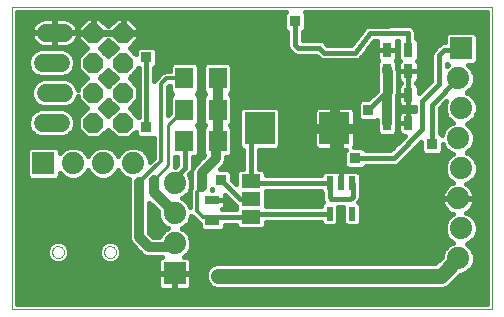
<source format=gbl>
G75*
G70*
%OFA0B0*%
%FSLAX24Y24*%
%IPPOS*%
%LPD*%
%AMOC8*
5,1,8,0,0,1.08239X$1,22.5*
%
%ADD10C,0.0000*%
%ADD11R,0.0315X0.0472*%
%ADD12C,0.0600*%
%ADD13R,0.0740X0.0740*%
%ADD14C,0.0740*%
%ADD15R,0.0217X0.0472*%
%ADD16R,0.0472X0.0315*%
%ADD17R,0.1004X0.1063*%
%ADD18R,0.0630X0.0460*%
%ADD19R,0.0630X0.0709*%
%ADD20OC8,0.0660*%
%ADD21R,0.0356X0.0356*%
%ADD22C,0.0160*%
%ADD23C,0.0320*%
%ADD24C,0.0120*%
%ADD25C,0.0500*%
%ADD26C,0.0100*%
D10*
X000180Y000416D02*
X000180Y010496D01*
X016180Y010496D01*
X016180Y000416D01*
X000180Y000416D01*
X001517Y002330D02*
X001519Y002357D01*
X001525Y002384D01*
X001534Y002410D01*
X001547Y002434D01*
X001563Y002457D01*
X001582Y002476D01*
X001604Y002493D01*
X001628Y002507D01*
X001653Y002517D01*
X001680Y002524D01*
X001707Y002527D01*
X001735Y002526D01*
X001762Y002521D01*
X001788Y002513D01*
X001812Y002501D01*
X001835Y002485D01*
X001856Y002467D01*
X001873Y002446D01*
X001888Y002422D01*
X001899Y002397D01*
X001907Y002371D01*
X001911Y002344D01*
X001911Y002316D01*
X001907Y002289D01*
X001899Y002263D01*
X001888Y002238D01*
X001873Y002214D01*
X001856Y002193D01*
X001835Y002175D01*
X001813Y002159D01*
X001788Y002147D01*
X001762Y002139D01*
X001735Y002134D01*
X001707Y002133D01*
X001680Y002136D01*
X001653Y002143D01*
X001628Y002153D01*
X001604Y002167D01*
X001582Y002184D01*
X001563Y002203D01*
X001547Y002226D01*
X001534Y002250D01*
X001525Y002276D01*
X001519Y002303D01*
X001517Y002330D01*
X003249Y002330D02*
X003251Y002357D01*
X003257Y002384D01*
X003266Y002410D01*
X003279Y002434D01*
X003295Y002457D01*
X003314Y002476D01*
X003336Y002493D01*
X003360Y002507D01*
X003385Y002517D01*
X003412Y002524D01*
X003439Y002527D01*
X003467Y002526D01*
X003494Y002521D01*
X003520Y002513D01*
X003544Y002501D01*
X003567Y002485D01*
X003588Y002467D01*
X003605Y002446D01*
X003620Y002422D01*
X003631Y002397D01*
X003639Y002371D01*
X003643Y002344D01*
X003643Y002316D01*
X003639Y002289D01*
X003631Y002263D01*
X003620Y002238D01*
X003605Y002214D01*
X003588Y002193D01*
X003567Y002175D01*
X003545Y002159D01*
X003520Y002147D01*
X003494Y002139D01*
X003467Y002134D01*
X003439Y002133D01*
X003412Y002136D01*
X003385Y002143D01*
X003360Y002153D01*
X003336Y002167D01*
X003314Y002184D01*
X003295Y002203D01*
X003279Y002226D01*
X003266Y002250D01*
X003257Y002276D01*
X003251Y002303D01*
X003249Y002330D01*
D11*
X012686Y006626D03*
X013394Y006626D03*
X013394Y007576D03*
X012686Y007576D03*
X012686Y008356D03*
X013394Y008356D03*
X013394Y009066D03*
X012686Y009066D03*
D12*
X001900Y009636D02*
X001300Y009636D01*
X001200Y008636D02*
X001800Y008636D01*
X001900Y007636D02*
X001300Y007636D01*
X001200Y006636D02*
X001800Y006636D01*
D13*
X001220Y005296D03*
X005600Y001616D03*
X015150Y009116D03*
D14*
X015050Y008116D03*
X015150Y007116D03*
X015050Y006116D03*
X015150Y005116D03*
X015050Y004116D03*
X015150Y003116D03*
X015050Y002116D03*
X005600Y002616D03*
X005600Y003616D03*
X005600Y004616D03*
X004220Y005296D03*
X003220Y005296D03*
X002220Y005296D03*
D15*
X010766Y004628D03*
X011140Y004628D03*
X011514Y004628D03*
X011514Y003604D03*
X010766Y003604D03*
D16*
X006860Y003362D03*
X006860Y004070D03*
D17*
X008432Y006456D03*
X010928Y006456D03*
D18*
X008140Y004696D03*
X008140Y004096D03*
X008140Y003496D03*
D19*
X007031Y006036D03*
X005929Y006036D03*
X005929Y007076D03*
X007031Y007076D03*
X007031Y008116D03*
X005929Y008116D03*
D20*
X003885Y007631D03*
X002885Y007631D03*
X002885Y008631D03*
X003885Y008631D03*
X003885Y009631D03*
X002885Y009631D03*
X002885Y006631D03*
X003885Y006631D03*
D21*
X004660Y006496D03*
X007140Y004736D03*
X009470Y006926D03*
X010660Y005536D03*
X011620Y005456D03*
X012980Y004656D03*
X014180Y005936D03*
X012060Y007056D03*
X009940Y008496D03*
X009620Y010016D03*
X004660Y008816D03*
X007060Y001536D03*
D22*
X006665Y001367D02*
X006150Y001367D01*
X006150Y001222D02*
X006150Y001596D01*
X005620Y001596D01*
X005620Y001066D01*
X005994Y001066D01*
X006039Y001078D01*
X006081Y001102D01*
X006114Y001136D01*
X006138Y001177D01*
X006150Y001222D01*
X006146Y001209D02*
X006777Y001209D01*
X006807Y001178D02*
X006810Y001178D01*
X006816Y001171D01*
X006974Y001106D01*
X014556Y001106D01*
X014714Y001171D01*
X015108Y001566D01*
X015159Y001566D01*
X015362Y001650D01*
X015516Y001804D01*
X015600Y002007D01*
X015600Y002225D01*
X015516Y002428D01*
X015362Y002582D01*
X015330Y002595D01*
X015462Y002650D01*
X015616Y002804D01*
X015700Y003007D01*
X015700Y003225D01*
X015616Y003428D01*
X015462Y003582D01*
X015325Y003639D01*
X015338Y003646D01*
X015408Y003697D01*
X015470Y003758D01*
X015520Y003828D01*
X015560Y003905D01*
X015586Y003987D01*
X015600Y004073D01*
X015600Y004096D01*
X015070Y004096D01*
X015070Y004136D01*
X015600Y004136D01*
X015600Y004159D01*
X015586Y004245D01*
X015560Y004327D01*
X015520Y004404D01*
X015470Y004474D01*
X015408Y004536D01*
X015338Y004586D01*
X015325Y004593D01*
X015462Y004650D01*
X015616Y004804D01*
X015700Y005007D01*
X015700Y005225D01*
X015616Y005428D01*
X015462Y005582D01*
X015330Y005637D01*
X015362Y005650D01*
X015516Y005804D01*
X015600Y006007D01*
X015600Y006225D01*
X015516Y006428D01*
X015362Y006582D01*
X015330Y006595D01*
X015462Y006650D01*
X015616Y006804D01*
X015700Y007007D01*
X015700Y007225D01*
X015616Y007428D01*
X015462Y007582D01*
X015330Y007637D01*
X015362Y007650D01*
X015516Y007804D01*
X015600Y008007D01*
X015600Y008225D01*
X015516Y008428D01*
X015378Y008566D01*
X015595Y008566D01*
X015700Y008671D01*
X015700Y009561D01*
X015595Y009666D01*
X014705Y009666D01*
X014600Y009561D01*
X014600Y009316D01*
X014528Y009316D01*
X014433Y009276D01*
X014360Y009203D01*
X014200Y009043D01*
X014160Y008948D01*
X014160Y008044D01*
X013732Y007616D01*
X013732Y007836D01*
X013720Y007882D01*
X013696Y007923D01*
X013662Y007956D01*
X013645Y007966D01*
X013662Y007976D01*
X013696Y008009D01*
X013720Y008050D01*
X013732Y008096D01*
X013732Y008356D01*
X013394Y008356D01*
X013057Y008356D01*
X013057Y008096D01*
X013069Y008050D01*
X013093Y008009D01*
X013126Y007976D01*
X013143Y007966D01*
X013126Y007956D01*
X013093Y007923D01*
X013069Y007882D01*
X013057Y007836D01*
X013057Y007576D01*
X013057Y007316D01*
X013069Y007270D01*
X013093Y007229D01*
X013126Y007196D01*
X013167Y007172D01*
X013213Y007160D01*
X013394Y007160D01*
X013394Y007576D01*
X013057Y007576D01*
X013394Y007576D01*
X013394Y007576D01*
X013394Y007576D01*
X013394Y007992D01*
X013394Y008356D01*
X013394Y008356D01*
X013057Y008356D01*
X013057Y008616D01*
X013069Y008662D01*
X013093Y008703D01*
X013101Y008711D01*
X013057Y008755D01*
X013057Y009374D01*
X013010Y009373D01*
X013011Y009372D01*
X013023Y009326D01*
X013023Y009066D01*
X012686Y009066D01*
X012686Y009066D01*
X013023Y009066D01*
X013023Y008806D01*
X013011Y008760D01*
X012987Y008719D01*
X012979Y008711D01*
X013023Y008667D01*
X013023Y008494D01*
X013026Y008488D01*
X013026Y008446D01*
X013030Y008418D01*
X013040Y008394D01*
X013040Y008352D01*
X013046Y008310D01*
X013040Y008285D01*
X013040Y007712D01*
X013046Y007686D01*
X013040Y007645D01*
X013040Y007603D01*
X013030Y007578D01*
X013026Y007550D01*
X013026Y006558D01*
X013023Y006552D01*
X013023Y006315D01*
X012918Y006210D01*
X012454Y006210D01*
X012348Y006315D01*
X012348Y006552D01*
X012346Y006558D01*
X012346Y006731D01*
X012313Y006698D01*
X011807Y006698D01*
X011702Y006803D01*
X011702Y007309D01*
X011807Y007414D01*
X012050Y007414D01*
X012348Y007712D01*
X012348Y007887D01*
X012360Y007899D01*
X012360Y008033D01*
X012348Y008045D01*
X012348Y008282D01*
X012346Y008288D01*
X012346Y008395D01*
X012339Y008436D01*
X012346Y008462D01*
X012346Y008488D01*
X012348Y008494D01*
X012348Y008667D01*
X012392Y008711D01*
X012384Y008719D01*
X012360Y008760D01*
X012348Y008806D01*
X012348Y009066D01*
X012686Y009066D01*
X012686Y009066D01*
X012348Y009066D01*
X012348Y009326D01*
X012358Y009361D01*
X012232Y009358D01*
X011848Y008846D01*
X011840Y008829D01*
X011817Y008805D01*
X011797Y008779D01*
X011781Y008769D01*
X011767Y008756D01*
X011737Y008743D01*
X011708Y008726D01*
X011689Y008723D01*
X011672Y008716D01*
X011638Y008716D01*
X011606Y008711D01*
X011587Y008716D01*
X010528Y008716D01*
X010433Y008756D01*
X010360Y008829D01*
X010312Y008876D01*
X009648Y008876D01*
X009553Y008916D01*
X009480Y008989D01*
X009400Y009069D01*
X009360Y009164D01*
X009360Y009665D01*
X009262Y009763D01*
X009262Y010269D01*
X009309Y010316D01*
X000360Y010316D01*
X000360Y000596D01*
X016000Y000596D01*
X016000Y010316D01*
X009931Y010316D01*
X009978Y010269D01*
X009978Y009763D01*
X009880Y009665D01*
X009880Y009396D01*
X010472Y009396D01*
X010567Y009356D01*
X010688Y009236D01*
X011490Y009236D01*
X011871Y009744D01*
X011877Y009759D01*
X011902Y009785D01*
X011923Y009813D01*
X011937Y009822D01*
X011949Y009834D01*
X011981Y009848D01*
X012012Y009866D01*
X012028Y009868D01*
X012043Y009875D01*
X012079Y009876D01*
X012114Y009881D01*
X012130Y009877D01*
X013374Y009900D01*
X013425Y009902D01*
X013426Y009901D01*
X013427Y009901D01*
X013474Y009883D01*
X013522Y009864D01*
X013522Y009864D01*
X013523Y009864D01*
X013560Y009828D01*
X013597Y009793D01*
X013597Y009792D01*
X013598Y009792D01*
X013618Y009745D01*
X013639Y009699D01*
X013639Y009698D01*
X013639Y009697D01*
X013640Y009646D01*
X013644Y009464D01*
X013732Y009377D01*
X013732Y008755D01*
X013688Y008711D01*
X013696Y008703D01*
X013720Y008662D01*
X013732Y008616D01*
X013732Y008356D01*
X013394Y008356D01*
X013394Y008356D01*
X013394Y007576D01*
X013394Y007576D01*
X013394Y007160D01*
X013576Y007160D01*
X013600Y007166D01*
X013600Y007036D01*
X013576Y007042D01*
X013394Y007042D01*
X013213Y007042D01*
X013167Y007030D01*
X013126Y007006D01*
X013093Y006973D01*
X013069Y006932D01*
X013057Y006886D01*
X013057Y006626D01*
X013057Y006366D01*
X013069Y006320D01*
X013093Y006279D01*
X013126Y006246D01*
X013167Y006222D01*
X013213Y006210D01*
X013286Y006210D01*
X012792Y005716D01*
X011971Y005716D01*
X011873Y005814D01*
X011574Y005814D01*
X011598Y005855D01*
X011610Y005901D01*
X011610Y006376D01*
X011008Y006376D01*
X011008Y005745D01*
X011298Y005745D01*
X011262Y005709D01*
X011262Y005203D01*
X011367Y005098D01*
X011873Y005098D01*
X011971Y005196D01*
X012952Y005196D01*
X013047Y005236D01*
X013822Y006010D01*
X013822Y005683D01*
X013927Y005578D01*
X014433Y005578D01*
X014538Y005683D01*
X014538Y005915D01*
X014584Y005804D01*
X014738Y005650D01*
X014870Y005595D01*
X014838Y005582D01*
X014684Y005428D01*
X014600Y005225D01*
X014600Y005007D01*
X014684Y004804D01*
X014838Y004650D01*
X014871Y004636D01*
X014839Y004626D01*
X014762Y004586D01*
X014692Y004536D01*
X014630Y004474D01*
X014580Y004404D01*
X014540Y004327D01*
X014514Y004245D01*
X014500Y004159D01*
X014500Y004136D01*
X015030Y004136D01*
X015030Y004096D01*
X014500Y004096D01*
X014500Y004073D01*
X014514Y003987D01*
X014540Y003905D01*
X014580Y003828D01*
X014630Y003758D01*
X014692Y003697D01*
X014762Y003646D01*
X014839Y003606D01*
X014871Y003596D01*
X014838Y003582D01*
X014684Y003428D01*
X014600Y003225D01*
X014600Y003007D01*
X014684Y002804D01*
X014838Y002650D01*
X014870Y002637D01*
X014738Y002582D01*
X014584Y002428D01*
X014500Y002225D01*
X014500Y002174D01*
X014292Y001966D01*
X006974Y001966D01*
X006816Y001901D01*
X006810Y001894D01*
X006807Y001894D01*
X006702Y001789D01*
X006702Y001786D01*
X006695Y001780D01*
X006630Y001622D01*
X006630Y001450D01*
X006695Y001292D01*
X006702Y001286D01*
X006702Y001283D01*
X006807Y001178D01*
X006630Y001526D02*
X006150Y001526D01*
X006150Y001636D02*
X006150Y002010D01*
X006138Y002056D01*
X006114Y002097D01*
X006081Y002130D01*
X006039Y002154D01*
X005994Y002166D01*
X005928Y002166D01*
X006066Y002304D01*
X006150Y002507D01*
X006150Y002725D01*
X006066Y002928D01*
X005912Y003082D01*
X005830Y003116D01*
X005912Y003150D01*
X006066Y003304D01*
X006150Y003507D01*
X006150Y003547D01*
X006204Y003493D01*
X006404Y003293D01*
X006444Y003276D01*
X006444Y003130D01*
X006549Y003024D01*
X007171Y003024D01*
X007276Y003130D01*
X007276Y003236D01*
X007645Y003236D01*
X007645Y003191D01*
X007750Y003086D01*
X008530Y003086D01*
X008635Y003191D01*
X008635Y003344D01*
X010478Y003344D01*
X010478Y003293D01*
X010583Y003188D01*
X010949Y003188D01*
X011054Y003293D01*
X011054Y003836D01*
X011226Y003836D01*
X011226Y003293D01*
X011331Y003188D01*
X011697Y003188D01*
X011802Y003293D01*
X011802Y003915D01*
X011724Y003993D01*
X011760Y004029D01*
X011800Y004124D01*
X011800Y004315D01*
X011802Y004317D01*
X011802Y004939D01*
X011697Y005044D01*
X011331Y005044D01*
X011318Y005031D01*
X011318Y005032D01*
X011272Y005044D01*
X011140Y005044D01*
X011008Y005044D01*
X010962Y005032D01*
X010962Y005031D01*
X010949Y005044D01*
X010583Y005044D01*
X010478Y004939D01*
X010478Y004888D01*
X008635Y004888D01*
X008635Y005001D01*
X008530Y005106D01*
X008400Y005106D01*
X008400Y005745D01*
X009008Y005745D01*
X009114Y005850D01*
X009114Y007062D01*
X009008Y007168D01*
X007855Y007168D01*
X007750Y007062D01*
X007750Y005850D01*
X007855Y005745D01*
X007880Y005745D01*
X007880Y005106D01*
X007750Y005106D01*
X007645Y005001D01*
X007645Y004599D01*
X007498Y004746D01*
X007498Y004989D01*
X007393Y005094D01*
X007099Y005094D01*
X007173Y005168D01*
X007268Y005263D01*
X007320Y005388D01*
X007320Y005502D01*
X007421Y005502D01*
X007526Y005607D01*
X007526Y006465D01*
X007435Y006556D01*
X007526Y006647D01*
X007526Y007505D01*
X007435Y007596D01*
X007526Y007687D01*
X007526Y008545D01*
X007421Y008650D01*
X006642Y008650D01*
X006536Y008545D01*
X006536Y007687D01*
X006627Y007596D01*
X006536Y007505D01*
X006536Y006647D01*
X006627Y006556D01*
X006536Y006465D01*
X006536Y005607D01*
X006593Y005550D01*
X006212Y005169D01*
X006200Y005140D01*
X006200Y005502D01*
X006318Y005502D01*
X006424Y005607D01*
X006424Y006465D01*
X006333Y006556D01*
X006424Y006647D01*
X006424Y007505D01*
X006333Y007596D01*
X006424Y007687D01*
X006424Y008545D01*
X006318Y008650D01*
X005539Y008650D01*
X005434Y008545D01*
X005434Y008356D01*
X005272Y008356D01*
X005184Y008319D01*
X005117Y008252D01*
X005004Y008139D01*
X004937Y008072D01*
X004920Y008032D01*
X004920Y008465D01*
X005018Y008563D01*
X005018Y009069D01*
X004913Y009174D01*
X004407Y009174D01*
X004302Y009069D01*
X004302Y008935D01*
X004106Y009131D01*
X004395Y009419D01*
X004395Y009611D01*
X003905Y009611D01*
X003905Y009651D01*
X003865Y009651D01*
X003865Y010141D01*
X003674Y010141D01*
X003385Y009852D01*
X003096Y010141D01*
X002905Y010141D01*
X002905Y009651D01*
X002865Y009651D01*
X002865Y010141D01*
X002674Y010141D01*
X002375Y009842D01*
X002375Y009705D01*
X002368Y009748D01*
X002345Y009820D01*
X002311Y009888D01*
X002266Y009949D01*
X002213Y010002D01*
X002152Y010047D01*
X002084Y010081D01*
X002012Y010104D01*
X001938Y010116D01*
X001620Y010116D01*
X001620Y009656D01*
X002375Y009656D01*
X002375Y009651D01*
X002865Y009651D01*
X002865Y009611D01*
X002380Y009611D01*
X002380Y009616D01*
X001620Y009616D01*
X001620Y009156D01*
X001938Y009156D01*
X002012Y009168D01*
X002084Y009191D01*
X002152Y009225D01*
X002213Y009270D01*
X002266Y009323D01*
X002311Y009384D01*
X002345Y009452D01*
X002368Y009524D01*
X002375Y009567D01*
X002375Y009419D01*
X002664Y009131D01*
X002375Y008842D01*
X002375Y008419D01*
X002664Y008131D01*
X002375Y007842D01*
X002375Y007743D01*
X002307Y007908D01*
X002172Y008043D01*
X001995Y008116D01*
X001205Y008116D01*
X001028Y008043D01*
X000893Y007908D01*
X000820Y007732D01*
X000820Y007541D01*
X000893Y007364D01*
X001028Y007229D01*
X001205Y007156D01*
X001995Y007156D01*
X002172Y007229D01*
X002307Y007364D01*
X002375Y007529D01*
X002375Y007419D01*
X002664Y007131D01*
X002375Y006842D01*
X002375Y006419D01*
X002674Y006121D01*
X003096Y006121D01*
X003385Y006409D01*
X003674Y006121D01*
X004096Y006121D01*
X004302Y006326D01*
X004302Y006243D01*
X004407Y006138D01*
X004900Y006138D01*
X004900Y005475D01*
X004770Y005345D01*
X004770Y005405D01*
X004686Y005608D01*
X004532Y005762D01*
X004329Y005846D01*
X004111Y005846D01*
X003908Y005762D01*
X003754Y005608D01*
X003720Y005526D01*
X003686Y005608D01*
X003532Y005762D01*
X003329Y005846D01*
X003111Y005846D01*
X002908Y005762D01*
X002754Y005608D01*
X002720Y005526D01*
X002686Y005608D01*
X002532Y005762D01*
X002329Y005846D01*
X002111Y005846D01*
X001908Y005762D01*
X001770Y005624D01*
X001770Y005741D01*
X001665Y005846D01*
X000775Y005846D01*
X000670Y005741D01*
X000670Y004851D01*
X000775Y004746D01*
X001665Y004746D01*
X001770Y004851D01*
X001770Y004968D01*
X001908Y004830D01*
X002111Y004746D01*
X002329Y004746D01*
X002532Y004830D01*
X002686Y004984D01*
X002720Y005066D01*
X002754Y004984D01*
X002908Y004830D01*
X003111Y004746D01*
X003329Y004746D01*
X003532Y004830D01*
X003686Y004984D01*
X003720Y005066D01*
X003754Y004984D01*
X003908Y004830D01*
X004092Y004754D01*
X004080Y004724D01*
X004080Y002748D01*
X004132Y002623D01*
X004452Y002303D01*
X004547Y002208D01*
X004672Y002156D01*
X005169Y002156D01*
X005161Y002154D01*
X005119Y002130D01*
X005086Y002097D01*
X005062Y002056D01*
X005050Y002010D01*
X005050Y001636D01*
X005580Y001636D01*
X005580Y001596D01*
X005620Y001596D01*
X005620Y001636D01*
X006150Y001636D01*
X006150Y001684D02*
X006656Y001684D01*
X006756Y001843D02*
X006150Y001843D01*
X006150Y002001D02*
X014327Y002001D01*
X014485Y002160D02*
X006018Y002160D01*
X006072Y002318D02*
X014538Y002318D01*
X014633Y002477D02*
X006138Y002477D01*
X006150Y002635D02*
X014866Y002635D01*
X014695Y002794D02*
X006122Y002794D01*
X006042Y002952D02*
X014623Y002952D01*
X014600Y003111D02*
X008554Y003111D01*
X008635Y003269D02*
X010502Y003269D01*
X010766Y003604D02*
X008248Y003604D01*
X008140Y003496D01*
X006994Y003496D01*
X006860Y003362D01*
X006444Y003269D02*
X006031Y003269D01*
X005843Y003111D02*
X006463Y003111D01*
X006269Y003428D02*
X006117Y003428D01*
X006100Y003846D02*
X006066Y003928D01*
X005912Y004082D01*
X005830Y004116D01*
X005912Y004150D01*
X006066Y004304D01*
X006150Y004507D01*
X006150Y004725D01*
X006076Y004904D01*
X006087Y004916D01*
X006160Y004988D01*
X006160Y004908D01*
X006160Y004495D01*
X006137Y004472D01*
X006100Y004384D01*
X006100Y003846D01*
X006100Y003903D02*
X006076Y003903D01*
X006100Y004062D02*
X005932Y004062D01*
X005982Y004220D02*
X006100Y004220D01*
X006097Y004379D02*
X006100Y004379D01*
X006150Y004537D02*
X006160Y004537D01*
X006150Y004696D02*
X006160Y004696D01*
X006160Y004854D02*
X006097Y004854D01*
X005940Y005136D02*
X005940Y006025D01*
X005929Y006036D01*
X006424Y005964D02*
X006536Y005964D01*
X006536Y005805D02*
X006424Y005805D01*
X006424Y005647D02*
X006536Y005647D01*
X006531Y005488D02*
X006200Y005488D01*
X006200Y005330D02*
X006373Y005330D01*
X006214Y005171D02*
X006200Y005171D01*
X005940Y005136D02*
X005600Y004796D01*
X005600Y004616D01*
X005610Y005174D02*
X005610Y005502D01*
X005680Y005502D01*
X005680Y005244D01*
X005610Y005174D01*
X005610Y005330D02*
X005680Y005330D01*
X005680Y005488D02*
X005610Y005488D01*
X004900Y005488D02*
X004736Y005488D01*
X004647Y005647D02*
X004900Y005647D01*
X004900Y005805D02*
X004428Y005805D01*
X004900Y005964D02*
X000360Y005964D01*
X000360Y005805D02*
X000734Y005805D01*
X000670Y005647D02*
X000360Y005647D01*
X000360Y005488D02*
X000670Y005488D01*
X000670Y005330D02*
X000360Y005330D01*
X000360Y005171D02*
X000670Y005171D01*
X000670Y005013D02*
X000360Y005013D01*
X000360Y004854D02*
X000670Y004854D01*
X000360Y004696D02*
X004080Y004696D01*
X004080Y004537D02*
X000360Y004537D01*
X000360Y004379D02*
X004080Y004379D01*
X004080Y004220D02*
X000360Y004220D01*
X000360Y004062D02*
X004080Y004062D01*
X004080Y003903D02*
X000360Y003903D01*
X000360Y003745D02*
X004080Y003745D01*
X004080Y003586D02*
X000360Y003586D01*
X000360Y003428D02*
X004080Y003428D01*
X004080Y003269D02*
X000360Y003269D01*
X000360Y003111D02*
X004080Y003111D01*
X004080Y002952D02*
X000360Y002952D01*
X000360Y002794D02*
X004080Y002794D01*
X004127Y002635D02*
X003674Y002635D01*
X003660Y002649D02*
X003521Y002707D01*
X003371Y002707D01*
X003233Y002649D01*
X003127Y002543D01*
X003069Y002405D01*
X003069Y002255D01*
X003127Y002116D01*
X003233Y002010D01*
X003371Y001953D01*
X003521Y001953D01*
X003660Y002010D01*
X003766Y002116D01*
X003823Y002255D01*
X003823Y002405D01*
X003766Y002543D01*
X003660Y002649D01*
X003793Y002477D02*
X004279Y002477D01*
X004437Y002318D02*
X003823Y002318D01*
X003784Y002160D02*
X004664Y002160D01*
X005050Y002001D02*
X003637Y002001D01*
X003255Y002001D02*
X001905Y002001D01*
X001927Y002010D02*
X002033Y002116D01*
X002091Y002255D01*
X002091Y002405D01*
X002033Y002543D01*
X001927Y002649D01*
X001789Y002707D01*
X001639Y002707D01*
X001500Y002649D01*
X001394Y002543D01*
X001337Y002405D01*
X001337Y002255D01*
X001394Y002116D01*
X001500Y002010D01*
X001639Y001953D01*
X001789Y001953D01*
X001927Y002010D01*
X002051Y002160D02*
X003109Y002160D01*
X003069Y002318D02*
X002091Y002318D01*
X002061Y002477D02*
X003099Y002477D01*
X003218Y002635D02*
X001942Y002635D01*
X001486Y002635D02*
X000360Y002635D01*
X000360Y002477D02*
X001367Y002477D01*
X001337Y002318D02*
X000360Y002318D01*
X000360Y002160D02*
X001376Y002160D01*
X001523Y002001D02*
X000360Y002001D01*
X000360Y001843D02*
X005050Y001843D01*
X005050Y001684D02*
X000360Y001684D01*
X000360Y001526D02*
X005050Y001526D01*
X005050Y001596D02*
X005050Y001222D01*
X005062Y001177D01*
X005086Y001136D01*
X005119Y001102D01*
X005161Y001078D01*
X005206Y001066D01*
X005580Y001066D01*
X005580Y001596D01*
X005050Y001596D01*
X005050Y001367D02*
X000360Y001367D01*
X000360Y001209D02*
X005054Y001209D01*
X005580Y001209D02*
X005620Y001209D01*
X005620Y001367D02*
X005580Y001367D01*
X005580Y001526D02*
X005620Y001526D01*
X005096Y002836D02*
X004881Y002836D01*
X004760Y002957D01*
X004760Y003975D01*
X005050Y003685D01*
X005050Y003507D01*
X005134Y003304D01*
X005288Y003150D01*
X005370Y003116D01*
X005288Y003082D01*
X005134Y002928D01*
X005096Y002836D01*
X005158Y002952D02*
X004765Y002952D01*
X004760Y003111D02*
X005357Y003111D01*
X005169Y003269D02*
X004760Y003269D01*
X004760Y003428D02*
X005083Y003428D01*
X005050Y003586D02*
X004760Y003586D01*
X004760Y003745D02*
X004991Y003745D01*
X004832Y003903D02*
X004760Y003903D01*
X003884Y004854D02*
X003556Y004854D01*
X003698Y005013D02*
X003742Y005013D01*
X002884Y004854D02*
X002556Y004854D01*
X002698Y005013D02*
X002742Y005013D01*
X001884Y004854D02*
X001770Y004854D01*
X001770Y005647D02*
X001793Y005647D01*
X001706Y005805D02*
X002012Y005805D01*
X002428Y005805D02*
X003012Y005805D01*
X002793Y005647D02*
X002647Y005647D01*
X003428Y005805D02*
X004012Y005805D01*
X003793Y005647D02*
X003647Y005647D01*
X003672Y006122D02*
X003098Y006122D01*
X003256Y006281D02*
X003514Y006281D01*
X004098Y006122D02*
X004900Y006122D01*
X004660Y006496D02*
X004660Y008816D01*
X005018Y008817D02*
X010372Y008817D01*
X010580Y008976D02*
X011620Y008976D01*
X012100Y009616D01*
X013380Y009640D01*
X013394Y009066D01*
X013057Y009134D02*
X013023Y009134D01*
X013023Y008975D02*
X013057Y008975D01*
X013057Y008817D02*
X013023Y008817D01*
X013023Y008658D02*
X013068Y008658D01*
X013057Y008500D02*
X013023Y008500D01*
X013042Y008341D02*
X013057Y008341D01*
X013040Y008183D02*
X013057Y008183D01*
X013040Y008024D02*
X013084Y008024D01*
X013065Y007866D02*
X013040Y007866D01*
X013041Y007707D02*
X013057Y007707D01*
X013057Y007549D02*
X013026Y007549D01*
X013026Y007390D02*
X013057Y007390D01*
X013026Y007232D02*
X013092Y007232D01*
X013026Y007073D02*
X013600Y007073D01*
X013394Y007042D02*
X013394Y006626D01*
X013057Y006626D01*
X013394Y006626D01*
X013394Y006626D01*
X013394Y007042D01*
X013394Y006915D02*
X013394Y006915D01*
X013394Y006756D02*
X013394Y006756D01*
X013394Y006626D02*
X013394Y006626D01*
X013057Y006598D02*
X013026Y006598D01*
X013023Y006439D02*
X013057Y006439D01*
X013092Y006281D02*
X012988Y006281D01*
X013198Y006122D02*
X011610Y006122D01*
X011610Y006281D02*
X012383Y006281D01*
X012348Y006439D02*
X011008Y006439D01*
X011008Y006376D02*
X011008Y006536D01*
X010848Y006536D01*
X010848Y006376D01*
X010246Y006376D01*
X010246Y005901D01*
X010258Y005855D01*
X010282Y005814D01*
X010316Y005780D01*
X010357Y005757D01*
X010402Y005745D01*
X010848Y005745D01*
X010848Y006376D01*
X011008Y006376D01*
X011008Y006281D02*
X010848Y006281D01*
X010848Y006122D02*
X011008Y006122D01*
X011008Y005964D02*
X010848Y005964D01*
X010848Y005805D02*
X011008Y005805D01*
X011262Y005647D02*
X008400Y005647D01*
X008400Y005488D02*
X011262Y005488D01*
X011262Y005330D02*
X008400Y005330D01*
X008400Y005171D02*
X011294Y005171D01*
X011140Y005044D02*
X011140Y004628D01*
X011140Y005044D01*
X011140Y005013D02*
X011140Y005013D01*
X011140Y004854D02*
X011140Y004854D01*
X011140Y004696D02*
X011140Y004696D01*
X011140Y004628D02*
X011140Y004628D01*
X011140Y006884D01*
X010928Y006456D01*
X010848Y006439D02*
X009114Y006439D01*
X009114Y006598D02*
X010246Y006598D01*
X010246Y006536D02*
X010848Y006536D01*
X010848Y007168D01*
X010402Y007168D01*
X010357Y007155D01*
X010316Y007132D01*
X010282Y007098D01*
X010258Y007057D01*
X010246Y007011D01*
X010246Y006536D01*
X010246Y006756D02*
X009114Y006756D01*
X009114Y006915D02*
X010246Y006915D01*
X010268Y007073D02*
X009103Y007073D01*
X008432Y006456D02*
X008140Y006644D01*
X008140Y004696D01*
X008208Y004628D01*
X010766Y004628D01*
X010766Y004150D01*
X010820Y004096D01*
X011460Y004096D01*
X011540Y004176D01*
X011540Y004602D01*
X011514Y004628D01*
X011802Y004696D02*
X014793Y004696D01*
X014694Y004537D02*
X011802Y004537D01*
X011802Y004379D02*
X014566Y004379D01*
X014510Y004220D02*
X011800Y004220D01*
X011774Y004062D02*
X014502Y004062D01*
X014541Y003903D02*
X011802Y003903D01*
X011802Y003745D02*
X014644Y003745D01*
X014847Y003586D02*
X011802Y003586D01*
X011802Y003428D02*
X014684Y003428D01*
X014618Y003269D02*
X011778Y003269D01*
X011250Y003269D02*
X011030Y003269D01*
X011054Y003428D02*
X011226Y003428D01*
X011226Y003586D02*
X011054Y003586D01*
X011054Y003745D02*
X011226Y003745D01*
X010556Y003993D02*
X010478Y003915D01*
X010478Y003864D01*
X008635Y003864D01*
X008635Y004368D01*
X010478Y004368D01*
X010478Y004317D01*
X010506Y004289D01*
X010506Y004098D01*
X010546Y004003D01*
X010556Y003993D01*
X010521Y004062D02*
X008635Y004062D01*
X008635Y004220D02*
X010506Y004220D01*
X010478Y003903D02*
X008635Y003903D01*
X008140Y004096D02*
X007780Y004096D01*
X007140Y004736D01*
X007498Y004854D02*
X007645Y004854D01*
X007657Y005013D02*
X007474Y005013D01*
X007176Y005171D02*
X007880Y005171D01*
X007880Y005330D02*
X007296Y005330D01*
X007320Y005488D02*
X007880Y005488D01*
X007880Y005647D02*
X007526Y005647D01*
X007526Y005805D02*
X007795Y005805D01*
X007750Y005964D02*
X007526Y005964D01*
X007526Y006122D02*
X007750Y006122D01*
X007750Y006281D02*
X007526Y006281D01*
X007526Y006439D02*
X007750Y006439D01*
X007750Y006598D02*
X007477Y006598D01*
X007526Y006756D02*
X007750Y006756D01*
X007750Y006915D02*
X007526Y006915D01*
X007526Y007073D02*
X007761Y007073D01*
X007526Y007232D02*
X011702Y007232D01*
X011702Y007073D02*
X011588Y007073D01*
X011598Y007057D02*
X011574Y007098D01*
X011541Y007132D01*
X011499Y007155D01*
X011454Y007168D01*
X011008Y007168D01*
X011008Y006536D01*
X011610Y006536D01*
X011610Y007011D01*
X011598Y007057D01*
X011610Y006915D02*
X011702Y006915D01*
X011749Y006756D02*
X011610Y006756D01*
X011610Y006598D02*
X012346Y006598D01*
X013026Y006756D02*
X013057Y006756D01*
X013065Y006915D02*
X013026Y006915D01*
X013394Y007232D02*
X013394Y007232D01*
X013394Y007390D02*
X013394Y007390D01*
X013394Y007549D02*
X013394Y007549D01*
X013394Y007707D02*
X013394Y007707D01*
X013394Y007866D02*
X013394Y007866D01*
X013394Y008024D02*
X013394Y008024D01*
X013394Y008183D02*
X013394Y008183D01*
X013394Y008341D02*
X013394Y008341D01*
X013394Y008356D02*
X013394Y008356D01*
X013732Y008341D02*
X014160Y008341D01*
X014160Y008500D02*
X013732Y008500D01*
X013721Y008658D02*
X014160Y008658D01*
X014160Y008817D02*
X013732Y008817D01*
X013732Y008975D02*
X014171Y008975D01*
X014290Y009134D02*
X013732Y009134D01*
X013732Y009292D02*
X014470Y009292D01*
X014600Y009451D02*
X013658Y009451D01*
X013641Y009609D02*
X014648Y009609D01*
X015150Y009116D02*
X015090Y009056D01*
X014580Y009056D01*
X014420Y008896D01*
X014420Y007936D01*
X013860Y007376D01*
X013860Y006416D01*
X012900Y005456D01*
X011620Y005456D01*
X011946Y005171D02*
X014600Y005171D01*
X014643Y005330D02*
X013141Y005330D01*
X013300Y005488D02*
X014744Y005488D01*
X014746Y005647D02*
X014501Y005647D01*
X014538Y005805D02*
X014584Y005805D01*
X014180Y005936D02*
X014180Y007246D01*
X015050Y008116D01*
X015444Y008500D02*
X016000Y008500D01*
X016000Y008341D02*
X015552Y008341D01*
X015600Y008183D02*
X016000Y008183D01*
X016000Y008024D02*
X015600Y008024D01*
X015542Y007866D02*
X016000Y007866D01*
X016000Y007707D02*
X015419Y007707D01*
X015495Y007549D02*
X016000Y007549D01*
X016000Y007390D02*
X015632Y007390D01*
X015697Y007232D02*
X016000Y007232D01*
X016000Y007073D02*
X015700Y007073D01*
X015662Y006915D02*
X016000Y006915D01*
X016000Y006756D02*
X015568Y006756D01*
X015335Y006598D02*
X016000Y006598D01*
X016000Y006439D02*
X015505Y006439D01*
X015577Y006281D02*
X016000Y006281D01*
X016000Y006122D02*
X015600Y006122D01*
X015582Y005964D02*
X016000Y005964D01*
X016000Y005805D02*
X015516Y005805D01*
X015354Y005647D02*
X016000Y005647D01*
X016000Y005488D02*
X015556Y005488D01*
X015657Y005330D02*
X016000Y005330D01*
X016000Y005171D02*
X015700Y005171D01*
X015700Y005013D02*
X016000Y005013D01*
X016000Y004854D02*
X015637Y004854D01*
X015507Y004696D02*
X016000Y004696D01*
X016000Y004537D02*
X015406Y004537D01*
X015534Y004379D02*
X016000Y004379D01*
X016000Y004220D02*
X015590Y004220D01*
X015598Y004062D02*
X016000Y004062D01*
X016000Y003903D02*
X015559Y003903D01*
X015456Y003745D02*
X016000Y003745D01*
X016000Y003586D02*
X015453Y003586D01*
X015616Y003428D02*
X016000Y003428D01*
X016000Y003269D02*
X015682Y003269D01*
X015700Y003111D02*
X016000Y003111D01*
X016000Y002952D02*
X015677Y002952D01*
X015605Y002794D02*
X016000Y002794D01*
X016000Y002635D02*
X015426Y002635D01*
X015467Y002477D02*
X016000Y002477D01*
X016000Y002318D02*
X015562Y002318D01*
X015600Y002160D02*
X016000Y002160D01*
X016000Y002001D02*
X015598Y002001D01*
X015532Y001843D02*
X016000Y001843D01*
X016000Y001684D02*
X015396Y001684D01*
X015068Y001526D02*
X016000Y001526D01*
X016000Y001367D02*
X014909Y001367D01*
X014751Y001209D02*
X016000Y001209D01*
X016000Y001050D02*
X000360Y001050D01*
X000360Y000892D02*
X016000Y000892D01*
X016000Y000733D02*
X000360Y000733D01*
X006860Y004070D02*
X006860Y004070D01*
X007276Y004070D01*
X007276Y003889D01*
X007264Y003843D01*
X007240Y003802D01*
X007207Y003769D01*
X007185Y003756D01*
X007645Y003756D01*
X007645Y003791D01*
X007645Y003871D01*
X007633Y003876D01*
X007276Y004232D01*
X007276Y004070D01*
X006860Y004070D01*
X006857Y004408D02*
X006831Y004408D01*
X006839Y004426D01*
X006857Y004408D01*
X007276Y004220D02*
X007288Y004220D01*
X007276Y004062D02*
X007447Y004062D01*
X007605Y003903D02*
X007276Y003903D01*
X007257Y003111D02*
X007726Y003111D01*
X007645Y004696D02*
X007548Y004696D01*
X008623Y005013D02*
X010552Y005013D01*
X011728Y005013D02*
X014600Y005013D01*
X014663Y004854D02*
X011802Y004854D01*
X011882Y005805D02*
X012881Y005805D01*
X013040Y005964D02*
X011610Y005964D01*
X011008Y006598D02*
X010848Y006598D01*
X010848Y006756D02*
X011008Y006756D01*
X011008Y006915D02*
X010848Y006915D01*
X010848Y007073D02*
X011008Y007073D01*
X011783Y007390D02*
X007526Y007390D01*
X007483Y007549D02*
X012185Y007549D01*
X012343Y007707D02*
X007526Y007707D01*
X007526Y007866D02*
X012348Y007866D01*
X012360Y008024D02*
X007526Y008024D01*
X007526Y008183D02*
X012348Y008183D01*
X012346Y008341D02*
X007526Y008341D01*
X007526Y008500D02*
X012348Y008500D01*
X012348Y008658D02*
X005018Y008658D01*
X004954Y008500D02*
X005434Y008500D01*
X005236Y008341D02*
X004920Y008341D01*
X005117Y008252D02*
X005117Y008252D01*
X005047Y008183D02*
X004920Y008183D01*
X005004Y008139D02*
X005004Y008139D01*
X005380Y007837D02*
X005419Y007876D01*
X005434Y007876D01*
X005434Y007687D01*
X005525Y007596D01*
X005434Y007505D01*
X005434Y006955D01*
X005380Y006901D01*
X005380Y007837D01*
X005409Y007866D02*
X005434Y007866D01*
X005434Y007707D02*
X005380Y007707D01*
X005380Y007549D02*
X005477Y007549D01*
X005434Y007390D02*
X005380Y007390D01*
X005380Y007232D02*
X005434Y007232D01*
X005434Y007073D02*
X005380Y007073D01*
X005380Y006915D02*
X005393Y006915D01*
X004400Y006915D02*
X004322Y006915D01*
X004395Y006842D02*
X004106Y007131D01*
X004395Y007419D01*
X004395Y007842D01*
X004106Y008131D01*
X004395Y008419D01*
X004395Y008470D01*
X004400Y008465D01*
X004400Y006847D01*
X004395Y006842D01*
X004395Y006842D01*
X004400Y007073D02*
X004164Y007073D01*
X004207Y007232D02*
X004400Y007232D01*
X004400Y007390D02*
X004366Y007390D01*
X004395Y007549D02*
X004400Y007549D01*
X004395Y007707D02*
X004400Y007707D01*
X004400Y007866D02*
X004371Y007866D01*
X004400Y008024D02*
X004213Y008024D01*
X004158Y008183D02*
X004400Y008183D01*
X004400Y008341D02*
X004317Y008341D01*
X003664Y008131D02*
X003385Y008409D01*
X003106Y008131D01*
X003385Y007852D01*
X003664Y008131D01*
X003612Y008183D02*
X003158Y008183D01*
X003213Y008024D02*
X003557Y008024D01*
X003399Y007866D02*
X003371Y007866D01*
X003385Y007409D02*
X003664Y007131D01*
X003385Y006852D01*
X003106Y007131D01*
X003385Y007409D01*
X003366Y007390D02*
X003404Y007390D01*
X003563Y007232D02*
X003207Y007232D01*
X003164Y007073D02*
X003606Y007073D01*
X003448Y006915D02*
X003322Y006915D01*
X002606Y007073D02*
X001999Y007073D01*
X002072Y007043D02*
X001895Y007116D01*
X001105Y007116D01*
X000928Y007043D01*
X000793Y006908D01*
X000720Y006732D01*
X000720Y006541D01*
X000793Y006364D01*
X000928Y006229D01*
X001105Y006156D01*
X001895Y006156D01*
X002072Y006229D01*
X002207Y006364D01*
X002280Y006541D01*
X002280Y006732D01*
X002207Y006908D01*
X002072Y007043D01*
X002200Y006915D02*
X002448Y006915D01*
X002375Y006756D02*
X002270Y006756D01*
X002280Y006598D02*
X002375Y006598D01*
X002375Y006439D02*
X002238Y006439D01*
X002123Y006281D02*
X002514Y006281D01*
X002672Y006122D02*
X000360Y006122D01*
X000360Y006281D02*
X000877Y006281D01*
X000762Y006439D02*
X000360Y006439D01*
X000360Y006598D02*
X000720Y006598D01*
X000730Y006756D02*
X000360Y006756D01*
X000360Y006915D02*
X000800Y006915D01*
X001001Y007073D02*
X000360Y007073D01*
X000360Y007232D02*
X001026Y007232D01*
X000882Y007390D02*
X000360Y007390D01*
X000360Y007549D02*
X000820Y007549D01*
X000820Y007707D02*
X000360Y007707D01*
X000360Y007866D02*
X000876Y007866D01*
X001009Y008024D02*
X000360Y008024D01*
X000360Y008183D02*
X001041Y008183D01*
X001105Y008156D02*
X000928Y008229D01*
X000793Y008364D01*
X000720Y008541D01*
X000720Y008732D01*
X000793Y008908D01*
X000928Y009043D01*
X001105Y009116D01*
X001895Y009116D01*
X002072Y009043D01*
X002207Y008908D01*
X002280Y008732D01*
X002280Y008541D01*
X002207Y008364D01*
X002072Y008229D01*
X001895Y008156D01*
X001105Y008156D01*
X000816Y008341D02*
X000360Y008341D01*
X000360Y008500D02*
X000737Y008500D01*
X000720Y008658D02*
X000360Y008658D01*
X000360Y008817D02*
X000755Y008817D01*
X000860Y008975D02*
X000360Y008975D01*
X000360Y009134D02*
X002661Y009134D01*
X002508Y008975D02*
X002140Y008975D01*
X002245Y008817D02*
X002375Y008817D01*
X002375Y008658D02*
X002280Y008658D01*
X002263Y008500D02*
X002375Y008500D01*
X002453Y008341D02*
X002184Y008341D01*
X001959Y008183D02*
X002612Y008183D01*
X002557Y008024D02*
X002191Y008024D01*
X002324Y007866D02*
X002399Y007866D01*
X002404Y007390D02*
X002318Y007390D01*
X002174Y007232D02*
X002563Y007232D01*
X003317Y008341D02*
X003453Y008341D01*
X003385Y008852D02*
X003106Y009131D01*
X003385Y009409D01*
X003664Y009131D01*
X003385Y008852D01*
X003262Y008975D02*
X003508Y008975D01*
X003661Y009134D02*
X003109Y009134D01*
X003268Y009292D02*
X003502Y009292D01*
X003395Y009651D02*
X002905Y009651D01*
X002905Y009611D01*
X003865Y009611D01*
X003865Y009651D01*
X003395Y009651D01*
X003459Y009926D02*
X003311Y009926D01*
X003152Y010085D02*
X003618Y010085D01*
X003865Y010085D02*
X003905Y010085D01*
X003905Y010141D02*
X003905Y009651D01*
X004395Y009651D01*
X004395Y009842D01*
X004096Y010141D01*
X003905Y010141D01*
X003905Y009926D02*
X003865Y009926D01*
X003865Y009768D02*
X003905Y009768D01*
X004152Y010085D02*
X009262Y010085D01*
X009262Y010243D02*
X000360Y010243D01*
X000360Y010085D02*
X001127Y010085D01*
X001116Y010081D02*
X001048Y010047D01*
X000987Y010002D01*
X000934Y009949D01*
X000889Y009888D01*
X000855Y009820D01*
X000832Y009748D01*
X000820Y009674D01*
X000820Y009656D01*
X001580Y009656D01*
X001580Y009616D01*
X001620Y009616D01*
X001620Y009656D01*
X001580Y009656D01*
X001580Y010116D01*
X001262Y010116D01*
X001188Y010104D01*
X001116Y010081D01*
X000917Y009926D02*
X000360Y009926D01*
X000360Y009768D02*
X000838Y009768D01*
X000820Y009616D02*
X000820Y009598D01*
X000832Y009524D01*
X000855Y009452D01*
X000889Y009384D01*
X000934Y009323D01*
X000987Y009270D01*
X001048Y009225D01*
X001116Y009191D01*
X001188Y009168D01*
X001262Y009156D01*
X001580Y009156D01*
X001580Y009616D01*
X000820Y009616D01*
X000820Y009609D02*
X000360Y009609D01*
X000360Y009451D02*
X000856Y009451D01*
X000965Y009292D02*
X000360Y009292D01*
X001580Y009292D02*
X001620Y009292D01*
X001620Y009451D02*
X001580Y009451D01*
X001580Y009609D02*
X001620Y009609D01*
X001620Y009768D02*
X001580Y009768D01*
X001580Y009926D02*
X001620Y009926D01*
X001620Y010085D02*
X001580Y010085D01*
X002073Y010085D02*
X002618Y010085D01*
X002865Y010085D02*
X002905Y010085D01*
X002905Y009926D02*
X002865Y009926D01*
X002865Y009768D02*
X002905Y009768D01*
X002459Y009926D02*
X002283Y009926D01*
X002362Y009768D02*
X002375Y009768D01*
X002375Y009451D02*
X002344Y009451D01*
X002235Y009292D02*
X002502Y009292D01*
X004109Y009134D02*
X004367Y009134D01*
X004302Y008975D02*
X004262Y008975D01*
X004268Y009292D02*
X009360Y009292D01*
X009360Y009451D02*
X004395Y009451D01*
X004395Y009609D02*
X009360Y009609D01*
X009262Y009768D02*
X004395Y009768D01*
X004311Y009926D02*
X009262Y009926D01*
X009620Y010016D02*
X009620Y009216D01*
X009700Y009136D01*
X010420Y009136D01*
X010580Y008976D01*
X010632Y009292D02*
X011532Y009292D01*
X011651Y009451D02*
X009880Y009451D01*
X009880Y009609D02*
X011770Y009609D01*
X011885Y009768D02*
X009978Y009768D01*
X009978Y009926D02*
X016000Y009926D01*
X016000Y009768D02*
X013608Y009768D01*
X013057Y009292D02*
X013023Y009292D01*
X012348Y009292D02*
X012182Y009292D01*
X012063Y009134D02*
X012348Y009134D01*
X012348Y008975D02*
X011944Y008975D01*
X011828Y008817D02*
X012348Y008817D01*
X012686Y008420D02*
X012686Y007682D01*
X012060Y007056D01*
X013732Y007707D02*
X013823Y007707D01*
X013724Y007866D02*
X013982Y007866D01*
X014140Y008024D02*
X013704Y008024D01*
X013732Y008183D02*
X014160Y008183D01*
X014680Y008524D02*
X014680Y008591D01*
X014705Y008566D01*
X014722Y008566D01*
X014680Y008524D01*
X015687Y008658D02*
X016000Y008658D01*
X016000Y008817D02*
X015700Y008817D01*
X015700Y008975D02*
X016000Y008975D01*
X016000Y009134D02*
X015700Y009134D01*
X015700Y009292D02*
X016000Y009292D01*
X016000Y009451D02*
X015700Y009451D01*
X015652Y009609D02*
X016000Y009609D01*
X016000Y010085D02*
X009978Y010085D01*
X009978Y010243D02*
X016000Y010243D01*
X014652Y007350D02*
X014600Y007225D01*
X014600Y007007D01*
X014684Y006804D01*
X014838Y006650D01*
X014870Y006637D01*
X014738Y006582D01*
X014584Y006428D01*
X014500Y006226D01*
X014440Y006287D01*
X014440Y007138D01*
X014652Y007350D01*
X014603Y007232D02*
X014533Y007232D01*
X014600Y007073D02*
X014440Y007073D01*
X014440Y006915D02*
X014638Y006915D01*
X014732Y006756D02*
X014440Y006756D01*
X014440Y006598D02*
X014775Y006598D01*
X014595Y006439D02*
X014440Y006439D01*
X014446Y006281D02*
X014523Y006281D01*
X013822Y005964D02*
X013775Y005964D01*
X013822Y005805D02*
X013617Y005805D01*
X013458Y005647D02*
X013859Y005647D01*
X010291Y005805D02*
X009069Y005805D01*
X009114Y005964D02*
X010246Y005964D01*
X010246Y006122D02*
X009114Y006122D01*
X009114Y006281D02*
X010246Y006281D01*
X006586Y006598D02*
X006374Y006598D01*
X006424Y006439D02*
X006536Y006439D01*
X006536Y006281D02*
X006424Y006281D01*
X006424Y006122D02*
X006536Y006122D01*
X006536Y006756D02*
X006424Y006756D01*
X006424Y006915D02*
X006536Y006915D01*
X006536Y007073D02*
X006424Y007073D01*
X006424Y007232D02*
X006536Y007232D01*
X006536Y007390D02*
X006424Y007390D01*
X006380Y007549D02*
X006580Y007549D01*
X006536Y007707D02*
X006424Y007707D01*
X006424Y007866D02*
X006536Y007866D01*
X006536Y008024D02*
X006424Y008024D01*
X006424Y008183D02*
X006536Y008183D01*
X006536Y008341D02*
X006424Y008341D01*
X006424Y008500D02*
X006536Y008500D01*
X005018Y008975D02*
X009493Y008975D01*
X009373Y009134D02*
X004953Y009134D01*
X004302Y006281D02*
X004256Y006281D01*
D23*
X006500Y004976D02*
X006980Y005456D01*
X006980Y005985D01*
X007031Y006036D01*
X007031Y007076D01*
X007031Y008116D01*
X006500Y004976D02*
X006500Y004496D01*
X005600Y003616D02*
X004900Y004316D01*
X004900Y004736D01*
X004420Y004656D02*
X004420Y002816D01*
X004740Y002496D01*
X005480Y002496D01*
X005600Y002616D01*
X012686Y006626D02*
X012686Y007576D01*
X012700Y007670D01*
X012700Y008326D01*
X012686Y008420D01*
X012686Y008356D01*
D24*
X006500Y004496D02*
X006340Y004336D01*
X006340Y003696D01*
X006540Y003496D01*
X006994Y003496D01*
X005140Y005376D02*
X004420Y004656D01*
X005140Y005376D02*
X005140Y007936D01*
X005320Y008116D01*
X005929Y008116D01*
D25*
X014470Y001536D02*
X015050Y002116D01*
X014470Y001536D02*
X007060Y001536D01*
D26*
X004900Y004736D02*
X005380Y005216D01*
X005380Y006576D01*
X005880Y007076D01*
X005929Y007076D01*
M02*

</source>
